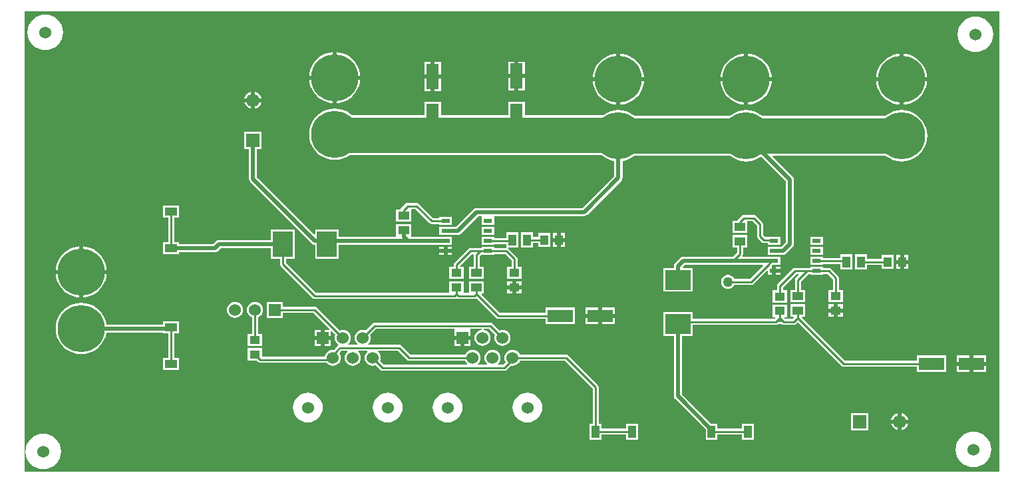
<source format=gbr>
%TF.GenerationSoftware,Altium Limited,Altium Designer,19.1.8 (144)*%
G04 Layer_Physical_Order=1*
G04 Layer_Color=255*
%FSLAX26Y26*%
%MOIN*%
%TF.FileFunction,Copper,L1,Top,Signal*%
%TF.Part,Single*%
G01*
G75*
%TA.AperFunction,SMDPad,CuDef*%
%ADD10R,0.125984X0.062992*%
%ADD11R,0.062992X0.125984*%
%ADD12R,0.043307X0.019685*%
%ADD13R,0.051181X0.041339*%
%ADD14R,0.098425X0.127953*%
%ADD15R,0.127953X0.098425*%
%ADD16R,0.055118X0.041339*%
%ADD17R,0.041339X0.051181*%
%ADD18R,0.041339X0.055118*%
%TA.AperFunction,Conductor*%
%ADD19C,0.010000*%
%ADD20C,0.020000*%
%ADD21C,0.019685*%
%ADD22C,0.177165*%
%TA.AperFunction,ComponentPad*%
%ADD23R,0.039370X0.059055*%
%ADD24R,0.059055X0.039370*%
%ADD25C,0.236220*%
%ADD26C,0.060000*%
%ADD27R,0.060000X0.060000*%
%ADD28C,0.066929*%
%ADD29R,0.066929X0.066929*%
%ADD30R,0.066929X0.066929*%
%TA.AperFunction,WasherPad*%
%ADD31C,0.060000*%
%TA.AperFunction,ViaPad*%
%ADD32C,0.050000*%
G36*
X4910000Y10000D02*
X25000D01*
Y2315000D01*
X4910000D01*
Y10000D01*
D02*
G37*
%LPC*%
G36*
X130000Y2299169D02*
X112604Y2297456D01*
X95876Y2292382D01*
X80460Y2284142D01*
X66948Y2273052D01*
X55858Y2259540D01*
X47618Y2244124D01*
X42544Y2227396D01*
X40831Y2210000D01*
X42544Y2192604D01*
X47618Y2175876D01*
X55858Y2160460D01*
X66948Y2146948D01*
X80460Y2135858D01*
X95876Y2127618D01*
X112604Y2122544D01*
X130000Y2120831D01*
X147396Y2122544D01*
X164124Y2127618D01*
X179540Y2135858D01*
X193052Y2146948D01*
X204142Y2160460D01*
X212382Y2175876D01*
X217456Y2192604D01*
X219169Y2210000D01*
X217456Y2227396D01*
X212382Y2244124D01*
X204142Y2259540D01*
X193052Y2273052D01*
X179540Y2284142D01*
X164124Y2292382D01*
X147396Y2297456D01*
X130000Y2299169D01*
D02*
G37*
G36*
X4790000Y2289169D02*
X4772604Y2287456D01*
X4755876Y2282382D01*
X4740460Y2274142D01*
X4726948Y2263052D01*
X4715858Y2249540D01*
X4707618Y2234124D01*
X4702544Y2217396D01*
X4700831Y2200000D01*
X4702544Y2182604D01*
X4707618Y2165876D01*
X4715858Y2150460D01*
X4726948Y2136948D01*
X4740460Y2125858D01*
X4755876Y2117618D01*
X4772604Y2112544D01*
X4790000Y2110831D01*
X4807396Y2112544D01*
X4824124Y2117618D01*
X4839540Y2125858D01*
X4853052Y2136948D01*
X4864142Y2150460D01*
X4872382Y2165876D01*
X4877456Y2182604D01*
X4879169Y2200000D01*
X4877456Y2217396D01*
X4872382Y2234124D01*
X4864142Y2249540D01*
X4853052Y2263052D01*
X4839540Y2274142D01*
X4824124Y2282382D01*
X4807396Y2287456D01*
X4790000Y2289169D01*
D02*
G37*
G36*
X2531496Y2063779D02*
X2500000D01*
Y2000787D01*
X2531496D01*
Y2063779D01*
D02*
G37*
G36*
X2480000D02*
X2448504D01*
Y2000787D01*
X2480000D01*
Y2063779D01*
D02*
G37*
G36*
X2111496Y2062992D02*
X2080000D01*
Y2000000D01*
X2111496D01*
Y2062992D01*
D02*
G37*
G36*
X2060000D02*
X2028504D01*
Y2000000D01*
X2060000D01*
Y2062992D01*
D02*
G37*
G36*
X1590000Y2111184D02*
Y1993465D01*
X1707719D01*
X1706924Y2003567D01*
X1702217Y2023175D01*
X1694500Y2041805D01*
X1683964Y2058999D01*
X1670868Y2074332D01*
X1655534Y2087428D01*
X1638341Y2097965D01*
X1619711Y2105681D01*
X1600103Y2110389D01*
X1590000Y2111184D01*
D02*
G37*
G36*
X1570000D02*
X1559897Y2110389D01*
X1540289Y2105681D01*
X1521659Y2097965D01*
X1504466Y2087428D01*
X1489132Y2074332D01*
X1476036Y2058999D01*
X1465500Y2041805D01*
X1457783Y2023175D01*
X1453076Y2003567D01*
X1452281Y1993465D01*
X1570000D01*
Y2111184D01*
D02*
G37*
G36*
X3651124Y2103465D02*
Y1985746D01*
X3768843D01*
X3768048Y1995849D01*
X3763341Y2015457D01*
X3755624Y2034087D01*
X3745088Y2051280D01*
X3731992Y2066614D01*
X3716658Y2079710D01*
X3699464Y2090246D01*
X3680834Y2097963D01*
X3661227Y2102670D01*
X3651124Y2103465D01*
D02*
G37*
G36*
X3011124D02*
Y1985746D01*
X3128843D01*
X3128048Y1995849D01*
X3123341Y2015457D01*
X3115624Y2034087D01*
X3105088Y2051280D01*
X3091992Y2066614D01*
X3076658Y2079710D01*
X3059464Y2090246D01*
X3040834Y2097963D01*
X3021227Y2102670D01*
X3011124Y2103465D01*
D02*
G37*
G36*
X4430000D02*
Y1985746D01*
X4547719D01*
X4546924Y1995849D01*
X4542217Y2015457D01*
X4534500Y2034087D01*
X4523964Y2051280D01*
X4510868Y2066614D01*
X4495534Y2079710D01*
X4478341Y2090246D01*
X4459711Y2097963D01*
X4440103Y2102670D01*
X4430000Y2103465D01*
D02*
G37*
G36*
X4410000D02*
X4399897Y2102670D01*
X4380289Y2097963D01*
X4361659Y2090246D01*
X4344466Y2079710D01*
X4329132Y2066614D01*
X4316036Y2051280D01*
X4305500Y2034087D01*
X4297783Y2015457D01*
X4293076Y1995849D01*
X4292281Y1985746D01*
X4410000D01*
Y2103465D01*
D02*
G37*
G36*
X3631124D02*
X3621021Y2102670D01*
X3601413Y2097963D01*
X3582783Y2090246D01*
X3565590Y2079710D01*
X3550256Y2066614D01*
X3537160Y2051280D01*
X3526624Y2034087D01*
X3518907Y2015457D01*
X3514200Y1995849D01*
X3513405Y1985746D01*
X3631124D01*
Y2103465D01*
D02*
G37*
G36*
X2991124D02*
X2981021Y2102670D01*
X2961413Y2097963D01*
X2942783Y2090246D01*
X2925590Y2079710D01*
X2910256Y2066614D01*
X2897160Y2051280D01*
X2886624Y2034087D01*
X2878907Y2015457D01*
X2874200Y1995849D01*
X2873405Y1985746D01*
X2991124D01*
Y2103465D01*
D02*
G37*
G36*
X2531496Y1980787D02*
X2500000D01*
Y1917795D01*
X2531496D01*
Y1980787D01*
D02*
G37*
G36*
X2480000D02*
X2448504D01*
Y1917795D01*
X2480000D01*
Y1980787D01*
D02*
G37*
G36*
X2111496Y1980000D02*
X2080000D01*
Y1917008D01*
X2111496D01*
Y1980000D01*
D02*
G37*
G36*
X2060000D02*
X2028504D01*
Y1917008D01*
X2060000D01*
Y1980000D01*
D02*
G37*
G36*
X1180000Y1912523D02*
Y1880000D01*
X1212523D01*
X1212346Y1881347D01*
X1207966Y1891920D01*
X1200999Y1900999D01*
X1191920Y1907966D01*
X1181347Y1912346D01*
X1180000Y1912523D01*
D02*
G37*
G36*
X1160000D02*
X1158653Y1912346D01*
X1148080Y1907966D01*
X1139001Y1900999D01*
X1132034Y1891920D01*
X1127654Y1881347D01*
X1127477Y1880000D01*
X1160000D01*
Y1912523D01*
D02*
G37*
G36*
X1707719Y1973465D02*
X1590000D01*
Y1855745D01*
X1600103Y1856540D01*
X1619711Y1861248D01*
X1638341Y1868965D01*
X1655534Y1879501D01*
X1670868Y1892597D01*
X1683964Y1907930D01*
X1694500Y1925124D01*
X1702217Y1943754D01*
X1706924Y1963362D01*
X1707719Y1973465D01*
D02*
G37*
G36*
X1570000D02*
X1452281D01*
X1453076Y1963362D01*
X1457783Y1943754D01*
X1465500Y1925124D01*
X1476036Y1907930D01*
X1489132Y1892597D01*
X1504466Y1879501D01*
X1521659Y1868965D01*
X1540289Y1861248D01*
X1559897Y1856540D01*
X1570000Y1855745D01*
Y1973465D01*
D02*
G37*
G36*
X3768843Y1965746D02*
X3651124D01*
Y1848027D01*
X3661227Y1848822D01*
X3680834Y1853529D01*
X3699464Y1861246D01*
X3716658Y1871782D01*
X3731992Y1884878D01*
X3745088Y1900212D01*
X3755624Y1917405D01*
X3763341Y1936035D01*
X3768048Y1955643D01*
X3768843Y1965746D01*
D02*
G37*
G36*
X3128843D02*
X3011124D01*
Y1848027D01*
X3021227Y1848822D01*
X3040834Y1853529D01*
X3059464Y1861246D01*
X3076658Y1871782D01*
X3091992Y1884878D01*
X3105088Y1900212D01*
X3115624Y1917405D01*
X3123341Y1936035D01*
X3128048Y1955643D01*
X3128843Y1965746D01*
D02*
G37*
G36*
X4547719D02*
X4430000D01*
Y1848027D01*
X4440103Y1848822D01*
X4459711Y1853529D01*
X4478341Y1861246D01*
X4495534Y1871782D01*
X4510868Y1884878D01*
X4523964Y1900212D01*
X4534500Y1917405D01*
X4542217Y1936035D01*
X4546924Y1955643D01*
X4547719Y1965746D01*
D02*
G37*
G36*
X4410000D02*
X4292281D01*
X4293076Y1955643D01*
X4297783Y1936035D01*
X4305500Y1917405D01*
X4316036Y1900212D01*
X4329132Y1884878D01*
X4344466Y1871782D01*
X4361659Y1861246D01*
X4380289Y1853529D01*
X4399897Y1848822D01*
X4410000Y1848027D01*
Y1965746D01*
D02*
G37*
G36*
X3631124D02*
X3513405D01*
X3514200Y1955643D01*
X3518907Y1936035D01*
X3526624Y1917405D01*
X3537160Y1900212D01*
X3550256Y1884878D01*
X3565590Y1871782D01*
X3582783Y1861246D01*
X3601413Y1853529D01*
X3621021Y1848822D01*
X3631124Y1848027D01*
Y1965746D01*
D02*
G37*
G36*
X2991124D02*
X2873405D01*
X2874200Y1955643D01*
X2878907Y1936035D01*
X2886624Y1917405D01*
X2897160Y1900212D01*
X2910256Y1884878D01*
X2925590Y1871782D01*
X2942783Y1861246D01*
X2961413Y1853529D01*
X2981021Y1848822D01*
X2991124Y1848027D01*
Y1965746D01*
D02*
G37*
G36*
X1212523Y1860000D02*
X1180000D01*
Y1827477D01*
X1181347Y1827654D01*
X1191920Y1832034D01*
X1200999Y1839001D01*
X1207966Y1848080D01*
X1212346Y1858653D01*
X1212523Y1860000D01*
D02*
G37*
G36*
X1160000D02*
X1127477D01*
X1127654Y1858653D01*
X1132034Y1848080D01*
X1139001Y1839001D01*
X1148080Y1832034D01*
X1158653Y1827654D01*
X1160000Y1827477D01*
Y1860000D01*
D02*
G37*
G36*
X2531496Y1862992D02*
X2448504D01*
Y1795200D01*
X2111496D01*
Y1862205D01*
X2028504D01*
Y1795200D01*
X1665795D01*
X1655534Y1803964D01*
X1638341Y1814500D01*
X1619711Y1822217D01*
X1600103Y1826924D01*
X1580000Y1828506D01*
X1559897Y1826924D01*
X1540289Y1822217D01*
X1521659Y1814500D01*
X1504466Y1803964D01*
X1489132Y1790868D01*
X1476036Y1775534D01*
X1465500Y1758341D01*
X1457783Y1739711D01*
X1453076Y1720103D01*
X1451494Y1700000D01*
X1453076Y1679897D01*
X1457783Y1660289D01*
X1465500Y1641659D01*
X1476036Y1624466D01*
X1489132Y1609132D01*
X1504466Y1596036D01*
X1521659Y1585500D01*
X1540289Y1577783D01*
X1559897Y1573076D01*
X1580000Y1571494D01*
X1600103Y1573076D01*
X1619711Y1577783D01*
X1638341Y1585500D01*
X1655534Y1596036D01*
X1656757Y1597081D01*
X2915329D01*
X2925590Y1588318D01*
X2942783Y1577781D01*
X2961413Y1570065D01*
X2980893Y1565388D01*
Y1489504D01*
X2821781Y1330392D01*
X2290000D01*
X2282196Y1328840D01*
X2275581Y1324419D01*
X2186553Y1235392D01*
X2135000D01*
X2132238Y1234842D01*
X2103347D01*
Y1195158D01*
X2132238D01*
X2135000Y1194608D01*
X2195000D01*
X2202804Y1196160D01*
X2209419Y1200581D01*
X2298447Y1289608D01*
X2315379D01*
X2315945Y1284842D01*
X2315945Y1284608D01*
Y1245158D01*
X2379252D01*
Y1284608D01*
X2379252Y1284842D01*
X2379818Y1289608D01*
X2830000D01*
X2837804Y1291160D01*
X2844419Y1295581D01*
X2844877Y1296265D01*
X3015429Y1466818D01*
X3019815Y1473382D01*
X3021355Y1481124D01*
Y1565388D01*
X3040834Y1570065D01*
X3059464Y1577781D01*
X3076658Y1588318D01*
X3082400Y1593222D01*
X3559848D01*
X3565590Y1588318D01*
X3582783Y1577781D01*
X3601413Y1570065D01*
X3621021Y1565357D01*
X3641124Y1563775D01*
X3661227Y1565357D01*
X3680834Y1570065D01*
X3699464Y1577781D01*
X3716405Y1588162D01*
X3839608Y1464959D01*
Y1158447D01*
X3816829Y1135667D01*
X3781024D01*
X3778262Y1135118D01*
X3749370D01*
Y1095433D01*
X3778262D01*
X3781024Y1094884D01*
X3825276D01*
X3833079Y1096436D01*
X3839695Y1100856D01*
X3874419Y1135581D01*
X3878840Y1142196D01*
X3880392Y1150000D01*
Y1473405D01*
X3878840Y1481209D01*
X3874419Y1487824D01*
X3773641Y1588602D01*
X3775555Y1593222D01*
X4338724D01*
X4344466Y1588318D01*
X4361659Y1577781D01*
X4380289Y1570065D01*
X4399897Y1565357D01*
X4420000Y1563775D01*
X4440103Y1565357D01*
X4459711Y1570065D01*
X4478341Y1577781D01*
X4495534Y1588318D01*
X4510868Y1601414D01*
X4523964Y1616747D01*
X4534500Y1633941D01*
X4542217Y1652571D01*
X4546924Y1672179D01*
X4548506Y1692281D01*
X4546924Y1712384D01*
X4542217Y1731992D01*
X4534500Y1750622D01*
X4523964Y1767815D01*
X4510868Y1783149D01*
X4495534Y1796245D01*
X4478341Y1806781D01*
X4459711Y1814498D01*
X4440103Y1819206D01*
X4420000Y1820788D01*
X4399897Y1819206D01*
X4380289Y1814498D01*
X4361659Y1806781D01*
X4344466Y1796245D01*
X4338724Y1791341D01*
X3722400D01*
X3716658Y1796245D01*
X3699464Y1806781D01*
X3680834Y1814498D01*
X3661227Y1819206D01*
X3641124Y1820788D01*
X3621021Y1819206D01*
X3601413Y1814498D01*
X3582783Y1806781D01*
X3565590Y1796245D01*
X3559848Y1791341D01*
X3082400D01*
X3076658Y1796245D01*
X3059464Y1806781D01*
X3040834Y1814498D01*
X3021227Y1819206D01*
X3001124Y1820788D01*
X2981021Y1819206D01*
X2961413Y1814498D01*
X2942783Y1806781D01*
X2925590Y1796245D01*
X2924366Y1795200D01*
X2531496D01*
Y1862992D01*
D02*
G37*
G36*
X1990000Y1355294D02*
X1945000D01*
X1939147Y1354130D01*
X1934186Y1350814D01*
X1914186Y1330814D01*
X1910870Y1325853D01*
X1910121Y1322087D01*
X1887441D01*
Y1260748D01*
X1962559D01*
Y1322086D01*
X1966474Y1324706D01*
X1983665D01*
X2054186Y1254186D01*
X2059147Y1250870D01*
X2065000Y1249706D01*
X2103347D01*
Y1245158D01*
X2166653D01*
Y1284842D01*
X2103347D01*
Y1280294D01*
X2071335D01*
X2000814Y1350814D01*
X1995853Y1354130D01*
X1990000Y1355294D01*
D02*
G37*
G36*
X2379252Y1234842D02*
X2315945D01*
Y1195158D01*
X2379252D01*
Y1234842D01*
D02*
G37*
G36*
X2500669Y1207559D02*
X2439331D01*
Y1180294D01*
X2379252D01*
Y1184842D01*
X2315945D01*
Y1145158D01*
X2379252D01*
Y1149706D01*
X2439331D01*
Y1135294D01*
X2439331Y1132441D01*
X2435220Y1130294D01*
X2379252D01*
Y1134842D01*
X2315945D01*
Y1130294D01*
X2260000D01*
X2254147Y1129130D01*
X2249186Y1125814D01*
X2179186Y1055814D01*
X2175870Y1050853D01*
X2174706Y1045000D01*
Y1035669D01*
X2154410D01*
Y974331D01*
X2225590D01*
Y1035669D01*
X2209369D01*
X2207298Y1040669D01*
X2266335Y1099706D01*
X2271701D01*
X2274873Y1095841D01*
X2274706Y1095000D01*
Y1035669D01*
X2252441D01*
Y974331D01*
X2327559D01*
Y1035669D01*
X2305294D01*
Y1088665D01*
X2313004Y1096376D01*
X2315945Y1095157D01*
Y1095158D01*
X2379252D01*
Y1099706D01*
X2433665D01*
X2464706Y1068665D01*
Y1035669D01*
X2444410D01*
Y974331D01*
X2515590D01*
Y1035669D01*
X2495294D01*
Y1075000D01*
X2494130Y1080853D01*
X2490814Y1085814D01*
X2450814Y1125814D01*
X2448380Y1127441D01*
X2449897Y1132441D01*
X2500669D01*
Y1207559D01*
D02*
G37*
G36*
X2733504Y1205591D02*
X2712834D01*
Y1180000D01*
X2733504D01*
Y1205591D01*
D02*
G37*
G36*
X2692834D02*
X2672165D01*
Y1180000D01*
X2692834D01*
Y1205591D01*
D02*
G37*
G36*
X4025276Y1185118D02*
X3961969D01*
Y1145433D01*
X4025276D01*
Y1185118D01*
D02*
G37*
G36*
X3678371Y1295294D02*
X3630000D01*
X3624147Y1294130D01*
X3619186Y1290814D01*
X3599186Y1270814D01*
X3596695Y1267087D01*
X3572441D01*
Y1205748D01*
X3647559D01*
Y1264706D01*
X3672036D01*
X3694706Y1242036D01*
Y1190000D01*
X3695870Y1184147D01*
X3699186Y1179186D01*
X3719186Y1159186D01*
X3724147Y1155870D01*
X3730000Y1154706D01*
X3749370D01*
Y1145433D01*
X3812677D01*
Y1185118D01*
X3777659D01*
X3776181Y1185412D01*
X3775588Y1185294D01*
X3736335D01*
X3725294Y1196335D01*
Y1248371D01*
X3724130Y1254224D01*
X3720814Y1259186D01*
X3689186Y1290814D01*
X3684224Y1294130D01*
X3678371Y1295294D01*
D02*
G37*
G36*
X1213465Y1713465D02*
X1126535D01*
Y1626535D01*
X1149769D01*
Y1475512D01*
X1151309Y1467770D01*
X1155694Y1461206D01*
X1466206Y1150694D01*
X1472770Y1146309D01*
X1480512Y1144769D01*
X1481260D01*
Y1076024D01*
X1599685D01*
Y1144769D01*
X1784193D01*
X1785000Y1144608D01*
X2135000D01*
X2137762Y1145158D01*
X2166653D01*
Y1184842D01*
X2137762D01*
X2135000Y1185392D01*
X1966515D01*
X1962559Y1187914D01*
Y1249252D01*
X1887441D01*
Y1187914D01*
X1883485Y1185392D01*
X1785000D01*
X1784193Y1185231D01*
X1599685D01*
Y1223976D01*
X1481260D01*
Y1199396D01*
X1476640Y1197483D01*
X1190231Y1483892D01*
Y1626535D01*
X1213465D01*
Y1713465D01*
D02*
G37*
G36*
X2733504Y1160000D02*
X2712834D01*
Y1134409D01*
X2733504D01*
Y1160000D01*
D02*
G37*
G36*
X2692834D02*
X2672165D01*
Y1134409D01*
X2692834D01*
Y1160000D01*
D02*
G37*
G36*
X2573504Y1207559D02*
X2512165D01*
Y1132441D01*
X2573504D01*
Y1154706D01*
X2599331D01*
Y1134409D01*
X2660669D01*
Y1205591D01*
X2599331D01*
Y1185294D01*
X2573504D01*
Y1207559D01*
D02*
G37*
G36*
X2166653Y1134842D02*
X2145000D01*
Y1125000D01*
X2166653D01*
Y1134842D01*
D02*
G37*
G36*
X2125000D02*
X2103347D01*
Y1125000D01*
X2125000D01*
Y1134842D01*
D02*
G37*
G36*
X4025276Y1135118D02*
X3961969D01*
Y1095433D01*
X4025276D01*
Y1135118D01*
D02*
G37*
G36*
X2166653Y1105000D02*
X2145000D01*
Y1095158D01*
X2166653D01*
Y1105000D01*
D02*
G37*
G36*
X2125000D02*
X2103347D01*
Y1095158D01*
X2125000D01*
Y1105000D01*
D02*
G37*
G36*
X3647559Y1194252D02*
X3572441D01*
Y1132913D01*
X3594706D01*
Y1106335D01*
X3573878Y1085507D01*
X3445532D01*
X3444724Y1085667D01*
X3325276D01*
X3317472Y1084115D01*
X3310856Y1079695D01*
X3285581Y1054419D01*
X3281160Y1047804D01*
X3279608Y1040000D01*
Y1029213D01*
X3226024D01*
Y910787D01*
X3373976D01*
Y1029213D01*
X3325122D01*
X3323051Y1034213D01*
X3333722Y1044884D01*
X3444724D01*
X3445532Y1045044D01*
X3574468D01*
X3575276Y1044884D01*
X3723747D01*
X3725660Y1040264D01*
X3660689Y975294D01*
X3581549D01*
X3580572Y977651D01*
X3574962Y984962D01*
X3567651Y990572D01*
X3559137Y994099D01*
X3550000Y995302D01*
X3540863Y994099D01*
X3532349Y990572D01*
X3525038Y984962D01*
X3519428Y977651D01*
X3515901Y969137D01*
X3514698Y960000D01*
X3515901Y950863D01*
X3519428Y942349D01*
X3525038Y935038D01*
X3532349Y929428D01*
X3540863Y925901D01*
X3550000Y924698D01*
X3559137Y925901D01*
X3567651Y929428D01*
X3574962Y935038D01*
X3580572Y942349D01*
X3581549Y944706D01*
X3667024D01*
X3672877Y945870D01*
X3677839Y949186D01*
X3744751Y1016098D01*
X3749370Y1014184D01*
Y995433D01*
X3771024D01*
Y1015276D01*
Y1035118D01*
X3770136D01*
X3769421Y1036845D01*
X3768606Y1040118D01*
X3771587Y1044580D01*
X3771748Y1045388D01*
X3771974Y1045433D01*
X3812677D01*
Y1085118D01*
X3771974D01*
X3769213Y1085667D01*
X3623864D01*
X3621805Y1090667D01*
X3624130Y1094147D01*
X3625294Y1100000D01*
Y1132913D01*
X3647559D01*
Y1194252D01*
D02*
G37*
G36*
X4174252Y1097559D02*
X4112913D01*
Y1080570D01*
X4025276D01*
Y1085118D01*
X3961969D01*
Y1045433D01*
X4025276D01*
Y1049982D01*
X4112913D01*
Y1022441D01*
X4174252D01*
Y1097559D01*
D02*
G37*
G36*
X4453504Y1095591D02*
X4432834D01*
Y1070000D01*
X4453504D01*
Y1095591D01*
D02*
G37*
G36*
X4412834D02*
X4392165D01*
Y1070000D01*
X4412834D01*
Y1095591D01*
D02*
G37*
G36*
X3812677Y1035118D02*
X3791024D01*
Y1025276D01*
X3812677D01*
Y1035118D01*
D02*
G37*
G36*
X4453504Y1050000D02*
X4432834D01*
Y1024409D01*
X4453504D01*
Y1050000D01*
D02*
G37*
G36*
X4412834D02*
X4392165D01*
Y1024409D01*
X4412834D01*
Y1050000D01*
D02*
G37*
G36*
X4247087Y1097559D02*
X4185748D01*
Y1022441D01*
X4247087D01*
Y1044706D01*
X4319331D01*
Y1024409D01*
X4380669D01*
Y1095591D01*
X4319331D01*
Y1075294D01*
X4247087D01*
Y1097559D01*
D02*
G37*
G36*
X320000Y1137719D02*
Y1020000D01*
X437719D01*
X436924Y1030103D01*
X432217Y1049711D01*
X424500Y1068341D01*
X413964Y1085534D01*
X400868Y1100868D01*
X385534Y1113964D01*
X368341Y1124500D01*
X349711Y1132217D01*
X330103Y1136924D01*
X320000Y1137719D01*
D02*
G37*
G36*
X300000D02*
X289897Y1136924D01*
X270289Y1132217D01*
X251659Y1124500D01*
X234466Y1113964D01*
X219132Y1100868D01*
X206036Y1085534D01*
X195500Y1068341D01*
X187783Y1049711D01*
X183076Y1030103D01*
X182281Y1020000D01*
X300000D01*
Y1137719D01*
D02*
G37*
G36*
X3812677Y1005276D02*
X3791024D01*
Y995433D01*
X3812677D01*
Y1005276D01*
D02*
G37*
G36*
X2515590Y962835D02*
X2490000D01*
Y942165D01*
X2515590D01*
Y962835D01*
D02*
G37*
G36*
X2470000D02*
X2444410D01*
Y942165D01*
X2470000D01*
Y962835D01*
D02*
G37*
G36*
X2515590Y922165D02*
X2490000D01*
Y901496D01*
X2515590D01*
Y922165D01*
D02*
G37*
G36*
X2470000D02*
X2444410D01*
Y901496D01*
X2470000D01*
Y922165D01*
D02*
G37*
G36*
X437719Y1000000D02*
X320000D01*
Y882281D01*
X330103Y883076D01*
X349711Y887783D01*
X368341Y895500D01*
X385534Y906036D01*
X400868Y919132D01*
X413964Y934466D01*
X424500Y951659D01*
X432217Y970289D01*
X436924Y989897D01*
X437719Y1000000D01*
D02*
G37*
G36*
X300000D02*
X182281D01*
X183076Y989897D01*
X187783Y970289D01*
X195500Y951659D01*
X206036Y934466D01*
X219132Y919132D01*
X234466Y906036D01*
X251659Y895500D01*
X270289Y887783D01*
X289897Y883076D01*
X300000Y882281D01*
Y1000000D01*
D02*
G37*
G36*
X4025276Y1035118D02*
X3961969D01*
Y1030570D01*
X3885276D01*
X3879423Y1029405D01*
X3874461Y1026090D01*
X3799186Y950814D01*
X3795870Y945853D01*
X3794706Y940000D01*
Y917835D01*
X3774410D01*
Y856496D01*
X3845590D01*
Y917835D01*
X3825294D01*
Y933665D01*
X3891610Y999982D01*
X3901820D01*
X3903733Y995362D01*
X3889186Y980814D01*
X3885870Y975853D01*
X3884706Y970000D01*
Y920669D01*
X3862441D01*
Y859331D01*
X3937559D01*
Y920669D01*
X3915294D01*
Y963665D01*
X3951610Y999982D01*
X3961969D01*
Y995433D01*
X4025276D01*
Y999982D01*
X4048390D01*
X4074706Y973665D01*
Y920669D01*
X4054410D01*
Y859331D01*
X4125591D01*
Y920669D01*
X4105294D01*
Y980000D01*
X4104130Y985853D01*
X4100814Y990814D01*
X4065539Y1026090D01*
X4060577Y1029405D01*
X4054724Y1030570D01*
X4025276D01*
Y1035118D01*
D02*
G37*
G36*
X4125591Y847835D02*
X4100000D01*
Y827165D01*
X4125591D01*
Y847835D01*
D02*
G37*
G36*
X4080000D02*
X4054410D01*
Y827165D01*
X4080000D01*
Y847835D01*
D02*
G37*
G36*
X2983779Y831496D02*
X2920787D01*
Y800000D01*
X2983779D01*
Y831496D01*
D02*
G37*
G36*
X2900787D02*
X2837795D01*
Y800000D01*
X2900787D01*
Y831496D01*
D02*
G37*
G36*
X4125591Y807165D02*
X4100000D01*
Y786496D01*
X4125591D01*
Y807165D01*
D02*
G37*
G36*
X4080000D02*
X4054410D01*
Y786496D01*
X4080000D01*
Y807165D01*
D02*
G37*
G36*
X1080000Y860345D02*
X1069558Y858971D01*
X1059827Y854940D01*
X1051472Y848528D01*
X1045060Y840173D01*
X1041030Y830442D01*
X1039655Y820000D01*
X1041030Y809558D01*
X1045060Y799827D01*
X1051472Y791472D01*
X1059827Y785060D01*
X1069558Y781029D01*
X1080000Y779655D01*
X1090442Y781029D01*
X1100173Y785060D01*
X1108528Y791472D01*
X1114940Y799827D01*
X1118970Y809558D01*
X1120345Y820000D01*
X1118970Y830442D01*
X1114940Y840173D01*
X1108528Y848528D01*
X1100173Y854940D01*
X1090442Y858971D01*
X1080000Y860345D01*
D02*
G37*
G36*
X3937559Y847835D02*
X3862441D01*
Y786496D01*
X3877796D01*
X3879867Y781496D01*
X3873665Y775294D01*
X3836335D01*
X3832587Y779042D01*
X3834500Y783662D01*
X3845590D01*
Y845000D01*
X3774410D01*
Y783662D01*
X3785500D01*
X3787413Y779042D01*
X3783665Y775294D01*
X3373976D01*
Y808740D01*
X3226024D01*
Y690315D01*
X3279608D01*
Y387598D01*
X3281160Y379795D01*
X3285581Y373179D01*
X3437874Y220886D01*
Y170669D01*
X3497244D01*
Y194903D01*
X3618976D01*
Y170472D01*
X3678346D01*
Y249528D01*
X3618976D01*
Y225491D01*
X3497244D01*
Y249724D01*
X3466712D01*
X3320392Y396045D01*
Y690315D01*
X3373976D01*
Y744706D01*
X3790000D01*
X3795853Y745870D01*
X3800814Y749186D01*
X3801433Y749804D01*
X3818567D01*
X3819186Y749186D01*
X3824147Y745870D01*
X3830000Y744706D01*
X3880000D01*
X3885853Y745870D01*
X3890814Y749186D01*
X3900000Y758371D01*
X4119186Y539186D01*
X4124147Y535870D01*
X4130000Y534706D01*
X4497008D01*
Y508504D01*
X4642992D01*
Y591496D01*
X4497008D01*
Y565294D01*
X4136335D01*
X3920133Y781496D01*
X3922204Y786496D01*
X3937559D01*
Y847835D01*
D02*
G37*
G36*
X2983779Y780000D02*
X2920787D01*
Y748504D01*
X2983779D01*
Y780000D01*
D02*
G37*
G36*
X2900787D02*
X2837795D01*
Y748504D01*
X2900787D01*
Y780000D01*
D02*
G37*
G36*
X799724Y1340787D02*
X720669D01*
Y1281417D01*
X744706D01*
Y1159685D01*
X720472D01*
Y1100315D01*
X799528D01*
Y1107541D01*
X978996D01*
X986799Y1109093D01*
X993415Y1113514D01*
X1009509Y1129608D01*
X1260787D01*
Y1076024D01*
X1304706D01*
Y1050000D01*
X1305870Y1044147D01*
X1309186Y1039186D01*
X1469186Y879186D01*
X1474147Y875870D01*
X1480000Y874706D01*
X2180000D01*
X2185853Y875870D01*
X2190000Y878641D01*
X2194147Y875870D01*
X2200000Y874706D01*
X2280000D01*
X2285853Y875870D01*
X2289838Y878533D01*
X2389186Y779186D01*
X2394147Y775870D01*
X2400000Y774706D01*
X2637008D01*
Y748504D01*
X2782992D01*
Y831496D01*
X2637008D01*
Y805294D01*
X2406335D01*
X2314752Y896877D01*
X2316666Y901496D01*
X2327559D01*
Y962835D01*
X2299401D01*
X2296142Y963483D01*
X2289252D01*
X2285993Y962835D01*
X2252441D01*
Y905294D01*
X2225590D01*
Y962835D01*
X2154410D01*
Y905294D01*
X1486335D01*
X1335294Y1056335D01*
Y1076024D01*
X1379213D01*
Y1223976D01*
X1260787D01*
Y1170392D01*
X1001062D01*
X993259Y1168840D01*
X986643Y1164419D01*
X970549Y1148325D01*
X799528D01*
Y1159685D01*
X775294D01*
Y1281417D01*
X799724D01*
Y1340787D01*
D02*
G37*
G36*
X1510000Y720000D02*
X1480000D01*
Y690000D01*
X1510000D01*
Y720000D01*
D02*
G37*
G36*
X2260000Y670000D02*
X2230000D01*
Y640000D01*
X2260000D01*
Y670000D01*
D02*
G37*
G36*
X2210000D02*
X2180000D01*
Y640000D01*
X2210000D01*
Y670000D01*
D02*
G37*
G36*
X1560000D02*
X1530000D01*
Y640000D01*
X1560000D01*
Y670000D01*
D02*
G37*
G36*
X1510000D02*
X1480000D01*
Y640000D01*
X1510000D01*
Y670000D01*
D02*
G37*
G36*
X1320000Y860000D02*
X1240000D01*
Y780000D01*
X1320000D01*
Y804706D01*
X1473665D01*
X1553752Y724619D01*
X1551838Y720000D01*
X1530000D01*
Y690000D01*
X1560000D01*
Y711838D01*
X1564619Y713752D01*
X1583050Y695321D01*
X1581030Y690442D01*
X1579655Y680000D01*
X1581030Y669558D01*
X1585060Y659827D01*
X1591472Y651472D01*
X1596369Y647714D01*
X1596168Y641566D01*
X1595043Y640814D01*
X1582895Y628666D01*
X1581662Y626821D01*
X1574583Y619742D01*
X1570000Y620345D01*
X1559558Y618971D01*
X1549827Y614940D01*
X1541472Y608528D01*
X1535060Y600173D01*
X1531030Y590442D01*
X1530352Y585294D01*
X1215591D01*
Y627835D01*
X1144409D01*
Y566496D01*
X1189041D01*
X1196351Y559186D01*
X1201313Y555870D01*
X1207165Y554706D01*
X1538990D01*
X1541472Y551472D01*
X1549827Y545060D01*
X1559558Y541029D01*
X1570000Y539655D01*
X1580442Y541029D01*
X1590173Y545060D01*
X1598528Y551472D01*
X1604940Y559827D01*
X1608970Y569558D01*
X1610345Y580000D01*
X1608970Y590442D01*
X1604940Y600173D01*
X1602045Y603946D01*
X1604524Y606425D01*
X1605756Y608270D01*
X1612193Y614706D01*
X1641745D01*
X1643352Y609971D01*
X1641472Y608528D01*
X1635060Y600173D01*
X1631030Y590442D01*
X1629655Y580000D01*
X1631030Y569558D01*
X1635060Y559827D01*
X1641472Y551472D01*
X1649827Y545060D01*
X1659558Y541029D01*
X1670000Y539655D01*
X1680442Y541029D01*
X1690173Y545060D01*
X1698528Y551472D01*
X1704940Y559827D01*
X1708970Y569558D01*
X1710345Y580000D01*
X1708970Y590442D01*
X1704940Y600173D01*
X1698528Y608528D01*
X1696648Y609971D01*
X1698255Y614706D01*
X1741745D01*
X1743352Y609971D01*
X1741472Y608528D01*
X1735060Y600173D01*
X1731030Y590442D01*
X1729655Y580000D01*
X1731030Y569558D01*
X1735060Y559827D01*
X1741472Y551472D01*
X1749827Y545060D01*
X1759558Y541029D01*
X1770000Y539655D01*
X1780442Y541029D01*
X1785321Y543050D01*
X1809186Y519186D01*
X1814147Y515870D01*
X1820000Y514706D01*
X2430000D01*
X2435853Y515870D01*
X2440814Y519186D01*
X2462298Y540669D01*
X2470000Y539655D01*
X2480442Y541029D01*
X2490173Y545060D01*
X2498528Y551472D01*
X2504940Y559827D01*
X2506961Y564706D01*
X2733665D01*
X2871557Y426815D01*
Y249528D01*
X2857165D01*
Y170472D01*
X2916535D01*
Y194706D01*
X3040236D01*
Y170669D01*
X3099606D01*
Y249724D01*
X3040236D01*
Y225294D01*
X2916535D01*
Y249528D01*
X2902144D01*
Y433150D01*
X2900980Y439002D01*
X2897665Y443964D01*
X2750814Y590814D01*
X2745853Y594130D01*
X2740000Y595294D01*
X2506961D01*
X2504940Y600173D01*
X2498528Y608528D01*
X2490173Y614940D01*
X2480442Y618971D01*
X2470000Y620345D01*
X2459558Y618971D01*
X2449827Y614940D01*
X2441472Y608528D01*
X2435060Y600173D01*
X2431030Y590442D01*
X2429655Y580000D01*
X2431030Y569558D01*
X2435060Y559827D01*
X2436423Y558052D01*
X2423665Y545294D01*
X2398255D01*
X2396648Y550029D01*
X2398528Y551472D01*
X2404940Y559827D01*
X2408970Y569558D01*
X2410345Y580000D01*
X2408970Y590442D01*
X2404940Y600173D01*
X2398528Y608528D01*
X2390173Y614940D01*
X2380442Y618971D01*
X2370000Y620345D01*
X2359558Y618971D01*
X2349827Y614940D01*
X2341472Y608528D01*
X2335060Y600173D01*
X2331030Y590442D01*
X2329655Y580000D01*
X2331030Y569558D01*
X2335060Y559827D01*
X2341472Y551472D01*
X2343352Y550029D01*
X2341745Y545294D01*
X2298255D01*
X2296648Y550029D01*
X2298528Y551472D01*
X2304940Y559827D01*
X2308970Y569558D01*
X2310345Y580000D01*
X2308970Y590442D01*
X2304940Y600173D01*
X2298528Y608528D01*
X2290173Y614940D01*
X2280442Y618971D01*
X2270000Y620345D01*
X2259558Y618971D01*
X2249827Y614940D01*
X2241472Y608528D01*
X2235060Y600173D01*
X2233039Y595294D01*
X1959570D01*
X1914049Y640814D01*
X1909088Y644130D01*
X1903235Y645294D01*
X1748255D01*
X1746648Y650029D01*
X1748528Y651472D01*
X1754940Y659827D01*
X1758970Y669558D01*
X1760345Y680000D01*
X1758970Y690442D01*
X1756950Y695321D01*
X1786335Y724706D01*
X2179290D01*
X2180000Y720000D01*
X2180000Y719706D01*
Y690000D01*
X2260000D01*
Y719706D01*
X2260000Y720000D01*
X2260710Y724706D01*
X2314818D01*
X2315145Y719706D01*
X2309558Y718971D01*
X2299827Y714940D01*
X2291472Y708528D01*
X2285060Y700173D01*
X2281030Y690442D01*
X2279655Y680000D01*
X2281030Y669558D01*
X2285060Y659827D01*
X2291472Y651472D01*
X2299827Y645060D01*
X2309558Y641029D01*
X2320000Y639655D01*
X2330442Y641029D01*
X2340173Y645060D01*
X2348528Y651472D01*
X2354940Y659827D01*
X2358970Y669558D01*
X2360345Y680000D01*
X2358970Y690442D01*
X2354940Y700173D01*
X2348528Y708528D01*
X2340173Y714940D01*
X2330442Y718971D01*
X2324855Y719706D01*
X2325182Y724706D01*
X2353665D01*
X2383050Y695321D01*
X2381030Y690442D01*
X2379655Y680000D01*
X2381030Y669558D01*
X2385060Y659827D01*
X2391472Y651472D01*
X2399827Y645060D01*
X2409558Y641029D01*
X2420000Y639655D01*
X2430442Y641029D01*
X2440173Y645060D01*
X2448528Y651472D01*
X2454940Y659827D01*
X2458970Y669558D01*
X2460345Y680000D01*
X2458970Y690442D01*
X2454940Y700173D01*
X2448528Y708528D01*
X2440173Y714940D01*
X2430442Y718971D01*
X2420000Y720345D01*
X2409558Y718971D01*
X2404679Y716950D01*
X2370814Y750814D01*
X2365853Y754130D01*
X2360000Y755294D01*
X1780000D01*
X1774147Y754130D01*
X1769186Y750814D01*
X1735321Y716950D01*
X1730442Y718971D01*
X1720000Y720345D01*
X1709558Y718971D01*
X1699827Y714940D01*
X1691472Y708528D01*
X1685060Y700173D01*
X1681030Y690442D01*
X1679655Y680000D01*
X1681030Y669558D01*
X1685060Y659827D01*
X1691472Y651472D01*
X1693352Y650029D01*
X1691745Y645294D01*
X1648255D01*
X1646648Y650029D01*
X1648528Y651472D01*
X1654940Y659827D01*
X1658970Y669558D01*
X1660345Y680000D01*
X1658970Y690442D01*
X1654940Y700173D01*
X1648528Y708528D01*
X1640173Y714940D01*
X1630442Y718971D01*
X1620000Y720345D01*
X1609558Y718971D01*
X1604679Y716950D01*
X1490814Y830814D01*
X1485853Y834130D01*
X1480000Y835294D01*
X1320000D01*
Y860000D01*
D02*
G37*
G36*
X1180000Y860345D02*
X1169558Y858971D01*
X1159827Y854940D01*
X1151472Y848528D01*
X1145060Y840173D01*
X1141030Y830442D01*
X1139655Y820000D01*
X1141030Y809558D01*
X1145060Y799827D01*
X1151472Y791472D01*
X1159827Y785060D01*
X1164706Y783039D01*
Y700669D01*
X1144409D01*
Y639331D01*
X1215591D01*
Y700669D01*
X1195294D01*
Y783039D01*
X1200173Y785060D01*
X1208528Y791472D01*
X1214940Y799827D01*
X1218970Y809558D01*
X1220345Y820000D01*
X1218970Y830442D01*
X1214940Y840173D01*
X1208528Y848528D01*
X1200173Y854940D01*
X1190442Y858971D01*
X1180000Y860345D01*
D02*
G37*
G36*
X4843779Y591496D02*
X4780787D01*
Y560000D01*
X4843779D01*
Y591496D01*
D02*
G37*
G36*
X4760787D02*
X4697795D01*
Y560000D01*
X4760787D01*
Y591496D01*
D02*
G37*
G36*
X310000Y855042D02*
X289897Y853460D01*
X270289Y848752D01*
X251659Y841035D01*
X234466Y830499D01*
X219132Y817403D01*
X206036Y802069D01*
X195500Y784876D01*
X187783Y766246D01*
X183076Y746638D01*
X181494Y726535D01*
X183076Y706433D01*
X187783Y686825D01*
X195500Y668195D01*
X206036Y651001D01*
X219132Y635668D01*
X234466Y622572D01*
X251659Y612035D01*
X270289Y604319D01*
X289897Y599611D01*
X310000Y598029D01*
X330103Y599611D01*
X349711Y604319D01*
X368341Y612035D01*
X385534Y622572D01*
X400868Y635668D01*
X413964Y651001D01*
X424500Y668195D01*
X432217Y686825D01*
X436855Y706144D01*
X720472D01*
Y702677D01*
X744903D01*
Y578976D01*
X720669D01*
Y519606D01*
X799724D01*
Y578976D01*
X775491D01*
Y702677D01*
X799528D01*
Y762047D01*
X720472D01*
Y746927D01*
X436855D01*
X432217Y766246D01*
X424500Y784876D01*
X413964Y802069D01*
X400868Y817403D01*
X385534Y830499D01*
X368341Y841035D01*
X349711Y848752D01*
X330103Y853460D01*
X310000Y855042D01*
D02*
G37*
G36*
X4843779Y540000D02*
X4780787D01*
Y508504D01*
X4843779D01*
Y540000D01*
D02*
G37*
G36*
X4760787D02*
X4697795D01*
Y508504D01*
X4760787D01*
Y540000D01*
D02*
G37*
G36*
X4420000Y302523D02*
Y270000D01*
X4452523D01*
X4452346Y271346D01*
X4447966Y281920D01*
X4440999Y290999D01*
X4431920Y297966D01*
X4421346Y302346D01*
X4420000Y302523D01*
D02*
G37*
G36*
X4400000D02*
X4398654Y302346D01*
X4388080Y297966D01*
X4379001Y290999D01*
X4372034Y281920D01*
X4367654Y271346D01*
X4367477Y270000D01*
X4400000D01*
Y302523D01*
D02*
G37*
G36*
X2545000Y404334D02*
X2530498Y402906D01*
X2516553Y398676D01*
X2503702Y391807D01*
X2492438Y382562D01*
X2483193Y371298D01*
X2476324Y358447D01*
X2472094Y344502D01*
X2470666Y330000D01*
X2472094Y315498D01*
X2476324Y301553D01*
X2483193Y288702D01*
X2492438Y277438D01*
X2503702Y268193D01*
X2516553Y261324D01*
X2530498Y257094D01*
X2545000Y255666D01*
X2559502Y257094D01*
X2573447Y261324D01*
X2586298Y268193D01*
X2597562Y277438D01*
X2606807Y288702D01*
X2613676Y301553D01*
X2617906Y315498D01*
X2619334Y330000D01*
X2617906Y344502D01*
X2613676Y358447D01*
X2606807Y371298D01*
X2597562Y382562D01*
X2586298Y391807D01*
X2573447Y398676D01*
X2559502Y402906D01*
X2545000Y404334D01*
D02*
G37*
G36*
X2145000D02*
X2130498Y402906D01*
X2116553Y398676D01*
X2103702Y391807D01*
X2092438Y382562D01*
X2083193Y371298D01*
X2076324Y358447D01*
X2072094Y344502D01*
X2070666Y330000D01*
X2072094Y315498D01*
X2076324Y301553D01*
X2083193Y288702D01*
X2092438Y277438D01*
X2103702Y268193D01*
X2116553Y261324D01*
X2130498Y257094D01*
X2145000Y255666D01*
X2159502Y257094D01*
X2173447Y261324D01*
X2186298Y268193D01*
X2197562Y277438D01*
X2206807Y288702D01*
X2213676Y301553D01*
X2217906Y315498D01*
X2219334Y330000D01*
X2217906Y344502D01*
X2213676Y358447D01*
X2206807Y371298D01*
X2197562Y382562D01*
X2186298Y391807D01*
X2173447Y398676D01*
X2159502Y402906D01*
X2145000Y404334D01*
D02*
G37*
G36*
X1845000D02*
X1830498Y402906D01*
X1816553Y398676D01*
X1803702Y391807D01*
X1792438Y382562D01*
X1783193Y371298D01*
X1776324Y358447D01*
X1772094Y344502D01*
X1770666Y330000D01*
X1772094Y315498D01*
X1776324Y301553D01*
X1783193Y288702D01*
X1792438Y277438D01*
X1803702Y268193D01*
X1816553Y261324D01*
X1830498Y257094D01*
X1845000Y255666D01*
X1859502Y257094D01*
X1873447Y261324D01*
X1886298Y268193D01*
X1897562Y277438D01*
X1906807Y288702D01*
X1913676Y301553D01*
X1917906Y315498D01*
X1919334Y330000D01*
X1917906Y344502D01*
X1913676Y358447D01*
X1906807Y371298D01*
X1897562Y382562D01*
X1886298Y391807D01*
X1873447Y398676D01*
X1859502Y402906D01*
X1845000Y404334D01*
D02*
G37*
G36*
X1445000D02*
X1430498Y402906D01*
X1416553Y398676D01*
X1403702Y391807D01*
X1392438Y382562D01*
X1383193Y371298D01*
X1376324Y358447D01*
X1372094Y344502D01*
X1370666Y330000D01*
X1372094Y315498D01*
X1376324Y301553D01*
X1383193Y288702D01*
X1392438Y277438D01*
X1403702Y268193D01*
X1416553Y261324D01*
X1430498Y257094D01*
X1445000Y255666D01*
X1459502Y257094D01*
X1473447Y261324D01*
X1486298Y268193D01*
X1497562Y277438D01*
X1506807Y288702D01*
X1513676Y301553D01*
X1517906Y315498D01*
X1519334Y330000D01*
X1517906Y344502D01*
X1513676Y358447D01*
X1506807Y371298D01*
X1497562Y382562D01*
X1486298Y391807D01*
X1473447Y398676D01*
X1459502Y402906D01*
X1445000Y404334D01*
D02*
G37*
G36*
X4452523Y250000D02*
X4420000D01*
Y217477D01*
X4421346Y217654D01*
X4431920Y222034D01*
X4440999Y229001D01*
X4447966Y238080D01*
X4452346Y248654D01*
X4452523Y250000D01*
D02*
G37*
G36*
X4400000D02*
X4367477D01*
X4367654Y248654D01*
X4372034Y238080D01*
X4379001Y229001D01*
X4388080Y222034D01*
X4398654Y217654D01*
X4400000Y217477D01*
Y250000D01*
D02*
G37*
G36*
X4253465Y303464D02*
X4166535D01*
Y216536D01*
X4253465D01*
Y303464D01*
D02*
G37*
G36*
X4780000Y209169D02*
X4762604Y207456D01*
X4745876Y202382D01*
X4730460Y194142D01*
X4716948Y183052D01*
X4705858Y169540D01*
X4697618Y154124D01*
X4692544Y137396D01*
X4690831Y120000D01*
X4692544Y102604D01*
X4697618Y85876D01*
X4705858Y70460D01*
X4716948Y56948D01*
X4730460Y45858D01*
X4745876Y37618D01*
X4762604Y32544D01*
X4780000Y30831D01*
X4797396Y32544D01*
X4814124Y37618D01*
X4829540Y45858D01*
X4843052Y56948D01*
X4854142Y70460D01*
X4862382Y85876D01*
X4867456Y102604D01*
X4869169Y120000D01*
X4867456Y137396D01*
X4862382Y154124D01*
X4854142Y169540D01*
X4843052Y183052D01*
X4829540Y194142D01*
X4814124Y202382D01*
X4797396Y207456D01*
X4780000Y209169D01*
D02*
G37*
G36*
X120000Y199169D02*
X102604Y197456D01*
X85876Y192382D01*
X70460Y184142D01*
X56948Y173052D01*
X45858Y159540D01*
X37618Y144124D01*
X32544Y127396D01*
X30831Y110000D01*
X32544Y92604D01*
X37618Y75876D01*
X45858Y60460D01*
X56948Y46948D01*
X70460Y35858D01*
X85876Y27618D01*
X102604Y22544D01*
X120000Y20831D01*
X137396Y22544D01*
X154124Y27618D01*
X169540Y35858D01*
X183052Y46948D01*
X194142Y60460D01*
X202382Y75876D01*
X207456Y92604D01*
X209169Y110000D01*
X207456Y127396D01*
X202382Y144124D01*
X194142Y159540D01*
X183052Y173052D01*
X169540Y184142D01*
X154124Y192382D01*
X137396Y197456D01*
X120000Y199169D01*
D02*
G37*
%LPD*%
G36*
X3830000Y760000D02*
X3790000D01*
X3810000Y780000D01*
X3830000Y760000D01*
D02*
G37*
G36*
X1942421Y569186D02*
X1947382Y565870D01*
X1953235Y564706D01*
X2233039D01*
X2235060Y559827D01*
X2241472Y551472D01*
X2243352Y550029D01*
X2241745Y545294D01*
X1826335D01*
X1806950Y564679D01*
X1808970Y569558D01*
X1810345Y580000D01*
X1808970Y590442D01*
X1804940Y600173D01*
X1798528Y608528D01*
X1796648Y609971D01*
X1798255Y614706D01*
X1896900D01*
X1942421Y569186D01*
D02*
G37*
D10*
X2710000Y790000D02*
D03*
X2910787D02*
D03*
X4570000Y550000D02*
D03*
X4770787D02*
D03*
D11*
X2070000Y1789213D02*
D03*
Y1990000D02*
D03*
X2490000Y1790000D02*
D03*
Y1990787D02*
D03*
D12*
X2347598Y1165000D02*
D03*
Y1215000D02*
D03*
Y1265000D02*
D03*
Y1115000D02*
D03*
X2135000D02*
D03*
Y1265000D02*
D03*
Y1215000D02*
D03*
Y1165000D02*
D03*
X3993622Y1065276D02*
D03*
Y1115276D02*
D03*
Y1165276D02*
D03*
Y1015276D02*
D03*
X3781024D02*
D03*
Y1165276D02*
D03*
Y1115276D02*
D03*
Y1065276D02*
D03*
D13*
X1180000Y670000D02*
D03*
Y597165D02*
D03*
X3810000Y814331D02*
D03*
Y887165D02*
D03*
X2190000Y932165D02*
D03*
Y1005000D02*
D03*
X2480000Y932165D02*
D03*
Y1005000D02*
D03*
X4090000Y817165D02*
D03*
Y890000D02*
D03*
D14*
X1540473Y1150000D02*
D03*
X1320000D02*
D03*
D15*
X3300000Y970000D02*
D03*
Y749528D02*
D03*
D16*
X1925000Y1218583D02*
D03*
Y1291417D02*
D03*
X3610000Y1163583D02*
D03*
Y1236417D02*
D03*
X2290000Y1005000D02*
D03*
Y932165D02*
D03*
X3900000Y890000D02*
D03*
Y817165D02*
D03*
D17*
X4422835Y1060000D02*
D03*
X4350000D02*
D03*
X2702835Y1170000D02*
D03*
X2630000D02*
D03*
D18*
X4143583Y1060000D02*
D03*
X4216417D02*
D03*
X2470000Y1170000D02*
D03*
X2542835D02*
D03*
D19*
X1280000Y820000D02*
X1480000D01*
X1180000Y670000D02*
Y820000D01*
X1560000Y570000D02*
X1570000Y580000D01*
X1207165Y570000D02*
X1560000D01*
X1180000Y597165D02*
X1207165Y570000D01*
X2480000Y580000D02*
X2740000D01*
X2430000Y530000D02*
X2480000Y580000D01*
X2470000D02*
X2480000D01*
X1820000Y530000D02*
X2430000D01*
X1770000Y580000D02*
X1820000Y530000D01*
X754173Y726535D02*
X760000Y732362D01*
X760197Y732165D01*
Y549291D02*
Y732165D01*
X760000Y1310906D02*
X760197Y1311102D01*
X760000Y1130000D02*
Y1310906D01*
X2296142Y948189D02*
X2304528Y939803D01*
X2289252Y948189D02*
X2296142D01*
X2180000Y890000D02*
X2190000Y900000D01*
X1480000Y890000D02*
X2180000D01*
X1320000Y1050000D02*
X1480000Y890000D01*
X1320000Y1050000D02*
Y1150000D01*
X3467559Y210197D02*
Y220039D01*
X3300000Y749528D02*
X3310472Y760000D01*
X2290000Y900000D02*
X2400000Y790000D01*
X2710000D01*
X4210000Y1050000D02*
X4220000Y1060000D01*
X4345551D02*
X4353583Y1051969D01*
X4220000Y1060000D02*
X4345551D01*
X3993622Y1065276D02*
X4121890D01*
X3776063Y1170000D02*
X3776181Y1170118D01*
X3710000Y1190000D02*
Y1248371D01*
X3678371Y1280000D02*
X3710000Y1248371D01*
X3630000Y1280000D02*
X3678371D01*
X3610000Y1260000D02*
X3630000Y1280000D01*
X3610000Y1236417D02*
Y1260000D01*
X3069724Y210000D02*
X3069921Y210197D01*
X2886850Y210000D02*
X3069724D01*
X3648465Y210197D02*
X3648661Y210000D01*
X3467559Y210197D02*
X3648465D01*
X2190000Y900000D02*
Y932165D01*
X3575276Y1065276D02*
X3610000Y1100000D01*
Y1163583D01*
X3730000Y1170000D02*
X3776063D01*
X3710000Y1190000D02*
X3730000Y1170000D01*
X1605858Y630000D02*
X1903235D01*
X1780000Y740000D02*
X2360000D01*
X1720000Y680000D02*
X1780000Y740000D01*
X2360000D02*
X2420000Y680000D01*
X1593709Y617239D02*
Y617851D01*
X1903235Y630000D02*
X1953235Y580000D01*
X1570000Y593530D02*
X1593709Y617239D01*
X1570000Y580000D02*
Y593530D01*
X1593709Y617851D02*
X1605858Y630000D01*
X1953235Y580000D02*
X2270000D01*
X1480000Y820000D02*
X1620000Y680000D01*
X2740000Y580000D02*
X2886850Y433150D01*
Y210000D02*
Y433150D01*
X2347598Y1115000D02*
X2440000D01*
X2480000Y1075000D01*
Y1005000D02*
Y1075000D01*
X2290000Y900000D02*
Y932165D01*
X2190000D02*
X2195000Y927165D01*
X2997265Y1696141D02*
X3001124Y1692281D01*
X1580000Y1700000D02*
X1583859Y1696141D01*
X3900000Y780000D02*
X4130000Y550000D01*
X4570000D01*
X1160000Y1660000D02*
X1170000Y1670000D01*
X3550000Y960000D02*
X3667024D01*
X3757457Y1050433D01*
Y1053521D01*
X3769213Y1065276D01*
X3781024D01*
X3310472Y760000D02*
X3790000D01*
X3776181Y1170118D02*
X3781024Y1165276D01*
X3790000Y760000D02*
X3810000Y780000D01*
X2280000Y890000D02*
X2290000Y900000D01*
X2200000Y890000D02*
X2280000D01*
X2190000Y900000D02*
X2200000Y890000D01*
X3830000Y760000D02*
X3880000D01*
X3900000Y780000D01*
X3810000D02*
X3830000Y760000D01*
X3810000Y780000D02*
Y814331D01*
X3900000Y780000D02*
Y817165D01*
X4090000Y890000D02*
Y980000D01*
X4054724Y1015276D02*
X4090000Y980000D01*
X3993622Y1015276D02*
X4054724D01*
X3810000Y887165D02*
Y940000D01*
X3885276Y1015276D01*
X3945276D01*
X3900000Y890000D02*
Y970000D01*
X3945276Y1015276D01*
X3993622D01*
X2190000Y1005000D02*
Y1045000D01*
X2260000Y1115000D01*
X2310000D01*
X2290000Y1005000D02*
Y1095000D01*
X2310000Y1115000D01*
X2347598D01*
X2542835Y1170000D02*
X2630000D01*
X1925000Y1320000D02*
X1945000Y1340000D01*
X1925000Y1291417D02*
Y1320000D01*
X1945000Y1340000D02*
X1990000D01*
X2065000Y1265000D01*
X2135000D01*
X2347598Y1165000D02*
X2465000D01*
X2470000Y1170000D01*
X3797382Y874331D02*
X3802303D01*
D20*
X310000Y726535D02*
X754173D01*
X760000Y1130000D02*
X762067Y1127933D01*
X978996D01*
X1001062Y1150000D01*
X1320000D01*
X3300000Y387598D02*
X3467559Y220039D01*
X3300000Y387598D02*
Y749528D01*
Y970000D02*
Y1040000D01*
X3325276Y1065276D01*
X3444724D01*
X3860000Y1150000D02*
Y1473405D01*
X3641124Y1692281D02*
X3860000Y1473405D01*
X3825276Y1115276D02*
X3860000Y1150000D01*
X3781024Y1115276D02*
X3825276D01*
X2290000Y1310000D02*
X2830000D01*
X2195000Y1215000D02*
X2290000Y1310000D01*
X2135000Y1215000D02*
X2195000D01*
X3575276Y1065276D02*
X3769213D01*
X1785000Y1165000D02*
X1945000D01*
X2135000D01*
X1925000Y1185000D02*
X1945000Y1165000D01*
X1925000Y1185000D02*
Y1218583D01*
D21*
X2830000Y1310000D02*
X3001124Y1481124D01*
X3444724Y1065276D02*
X3575276D01*
X1170000Y1475512D02*
Y1670000D01*
X1480512Y1165000D02*
X1785000D01*
X1170000Y1475512D02*
X1480512Y1165000D01*
X3001124Y1481124D02*
Y1692281D01*
D22*
X1583859Y1696141D02*
X2997265D01*
X3001124Y1692281D02*
X3641124D01*
X4420000D01*
D23*
X3467559Y210197D02*
D03*
X3648661Y210000D02*
D03*
X3069921Y210197D02*
D03*
X2886850Y210000D02*
D03*
D24*
X760000Y1130000D02*
D03*
X760197Y1311102D02*
D03*
X760000Y732362D02*
D03*
X760197Y549291D02*
D03*
D25*
X4420000Y1975746D02*
D03*
Y1692281D02*
D03*
X3001124Y1975746D02*
D03*
Y1692281D02*
D03*
X1580000Y1983465D02*
D03*
Y1700000D02*
D03*
X3641124Y1975746D02*
D03*
Y1692281D02*
D03*
X310000Y1010000D02*
D03*
Y726535D02*
D03*
D26*
X1080000Y820000D02*
D03*
X1180000D02*
D03*
X1770000Y580000D02*
D03*
X1670000D02*
D03*
X1570000D02*
D03*
X1720000Y680000D02*
D03*
X1620000D02*
D03*
X1845000Y330000D02*
D03*
X1445000D02*
D03*
X2470000Y580000D02*
D03*
X2370000D02*
D03*
X2270000D02*
D03*
X2420000Y680000D02*
D03*
X2320000D02*
D03*
X2545000Y330000D02*
D03*
X2145000D02*
D03*
D27*
X1280000Y820000D02*
D03*
X1520000Y680000D02*
D03*
X2220000D02*
D03*
D28*
X4410000Y260000D02*
D03*
X1170000Y1870000D02*
D03*
D29*
X4210000Y260000D02*
D03*
D30*
X1170000Y1670000D02*
D03*
D31*
X130000Y2210000D02*
D03*
X120000Y110000D02*
D03*
X4790000Y2200000D02*
D03*
X4780000Y120000D02*
D03*
D32*
X3550000Y960000D02*
D03*
%TF.MD5,ff5a948178b8af96332d275058d4c47e*%
M02*

</source>
